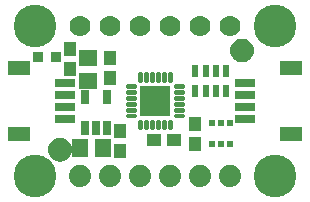
<source format=gbr>
G04 EAGLE Gerber RS-274X export*
G75*
%MOMM*%
%FSLAX34Y34*%
%LPD*%
%INSoldermask Top*%
%IPPOS*%
%AMOC8*
5,1,8,0,0,1.08239X$1,22.5*%
G01*
%ADD10R,1.101600X1.176600*%
%ADD11C,1.778000*%
%ADD12C,0.240406*%
%ADD13R,2.601600X2.601600*%
%ADD14R,1.341600X1.601600*%
%ADD15R,0.651600X1.301600*%
%ADD16R,1.601600X1.341600*%
%ADD17R,1.176600X1.101600*%
%ADD18R,0.551600X1.001600*%
%ADD19R,0.601600X0.601600*%
%ADD20R,0.501600X0.601600*%
%ADD21C,1.879600*%
%ADD22C,3.617600*%
%ADD23R,1.651600X0.701600*%
%ADD24R,1.901600X1.301600*%
%ADD25C,1.101600*%
%ADD26C,0.500000*%
%ADD27R,0.901600X0.901600*%


D10*
X160528Y69460D03*
X160528Y52460D03*
X97282Y63237D03*
X97282Y46237D03*
D11*
X63500Y152400D03*
X88900Y152400D03*
X114300Y152400D03*
X139700Y152400D03*
X165100Y152400D03*
X190500Y152400D03*
D10*
X89281Y107832D03*
X89281Y124832D03*
D12*
X140206Y112206D02*
X140206Y105594D01*
X138794Y105594D01*
X138794Y112206D01*
X140206Y112206D01*
X140206Y107878D02*
X138794Y107878D01*
X138794Y110162D02*
X140206Y110162D01*
X135206Y112206D02*
X135206Y105594D01*
X133794Y105594D01*
X133794Y112206D01*
X135206Y112206D01*
X135206Y107878D02*
X133794Y107878D01*
X133794Y110162D02*
X135206Y110162D01*
X130206Y112206D02*
X130206Y105594D01*
X128794Y105594D01*
X128794Y112206D01*
X130206Y112206D01*
X130206Y107878D02*
X128794Y107878D01*
X128794Y110162D02*
X130206Y110162D01*
X125206Y112206D02*
X125206Y105594D01*
X123794Y105594D01*
X123794Y112206D01*
X125206Y112206D01*
X125206Y107878D02*
X123794Y107878D01*
X123794Y110162D02*
X125206Y110162D01*
X120206Y112206D02*
X120206Y105594D01*
X118794Y105594D01*
X118794Y112206D01*
X120206Y112206D01*
X120206Y107878D02*
X118794Y107878D01*
X118794Y110162D02*
X120206Y110162D01*
X115206Y112206D02*
X115206Y105594D01*
X113794Y105594D01*
X113794Y112206D01*
X115206Y112206D01*
X115206Y107878D02*
X113794Y107878D01*
X113794Y110162D02*
X115206Y110162D01*
X110306Y100694D02*
X103694Y100694D01*
X103694Y102106D01*
X110306Y102106D01*
X110306Y100694D01*
X110306Y95694D02*
X103694Y95694D01*
X103694Y97106D01*
X110306Y97106D01*
X110306Y95694D01*
X110306Y90694D02*
X103694Y90694D01*
X103694Y92106D01*
X110306Y92106D01*
X110306Y90694D01*
X110306Y85694D02*
X103694Y85694D01*
X103694Y87106D01*
X110306Y87106D01*
X110306Y85694D01*
X110306Y80694D02*
X103694Y80694D01*
X103694Y82106D01*
X110306Y82106D01*
X110306Y80694D01*
X110306Y75694D02*
X103694Y75694D01*
X103694Y77106D01*
X110306Y77106D01*
X110306Y75694D01*
X113794Y72206D02*
X113794Y65594D01*
X113794Y72206D02*
X115206Y72206D01*
X115206Y65594D01*
X113794Y65594D01*
X113794Y67878D02*
X115206Y67878D01*
X115206Y70162D02*
X113794Y70162D01*
X118794Y72206D02*
X118794Y65594D01*
X118794Y72206D02*
X120206Y72206D01*
X120206Y65594D01*
X118794Y65594D01*
X118794Y67878D02*
X120206Y67878D01*
X120206Y70162D02*
X118794Y70162D01*
X123794Y72206D02*
X123794Y65594D01*
X123794Y72206D02*
X125206Y72206D01*
X125206Y65594D01*
X123794Y65594D01*
X123794Y67878D02*
X125206Y67878D01*
X125206Y70162D02*
X123794Y70162D01*
X128794Y72206D02*
X128794Y65594D01*
X128794Y72206D02*
X130206Y72206D01*
X130206Y65594D01*
X128794Y65594D01*
X128794Y67878D02*
X130206Y67878D01*
X130206Y70162D02*
X128794Y70162D01*
X133794Y72206D02*
X133794Y65594D01*
X133794Y72206D02*
X135206Y72206D01*
X135206Y65594D01*
X133794Y65594D01*
X133794Y67878D02*
X135206Y67878D01*
X135206Y70162D02*
X133794Y70162D01*
X138794Y72206D02*
X138794Y65594D01*
X138794Y72206D02*
X140206Y72206D01*
X140206Y65594D01*
X138794Y65594D01*
X138794Y67878D02*
X140206Y67878D01*
X140206Y70162D02*
X138794Y70162D01*
X143694Y77106D02*
X150306Y77106D01*
X150306Y75694D01*
X143694Y75694D01*
X143694Y77106D01*
X143694Y82106D02*
X150306Y82106D01*
X150306Y80694D01*
X143694Y80694D01*
X143694Y82106D01*
X143694Y87106D02*
X150306Y87106D01*
X150306Y85694D01*
X143694Y85694D01*
X143694Y87106D01*
X143694Y92106D02*
X150306Y92106D01*
X150306Y90694D01*
X143694Y90694D01*
X143694Y92106D01*
X143694Y97106D02*
X150306Y97106D01*
X150306Y95694D01*
X143694Y95694D01*
X143694Y97106D01*
X143694Y102106D02*
X150306Y102106D01*
X150306Y100694D01*
X143694Y100694D01*
X143694Y102106D01*
D13*
X127000Y88900D03*
D14*
X63906Y49276D03*
X82906Y49276D03*
D15*
X67462Y65739D03*
X76962Y65739D03*
X86462Y65739D03*
X86462Y91741D03*
X67462Y91741D03*
D16*
X70485Y105943D03*
X70485Y124943D03*
D17*
X125993Y55880D03*
X142993Y55880D03*
D18*
X187244Y96910D03*
X187244Y113910D03*
X178244Y96910D03*
X170244Y96910D03*
X161244Y96910D03*
X161244Y113910D03*
X178244Y113910D03*
X170244Y113910D03*
D19*
X190634Y70468D03*
D20*
X183134Y70468D03*
D19*
X175634Y70468D03*
X175634Y52468D03*
D20*
X183134Y52468D03*
D19*
X190634Y52468D03*
D21*
X63500Y25400D03*
X88900Y25400D03*
X114300Y25400D03*
X139700Y25400D03*
X165100Y25400D03*
X190500Y25400D03*
D22*
X25400Y152400D03*
X228600Y152400D03*
D23*
X203460Y83900D03*
X203460Y93900D03*
X203460Y73900D03*
X203460Y103900D03*
D24*
X242460Y60900D03*
X242460Y116900D03*
D23*
X50540Y93900D03*
X50540Y83900D03*
X50540Y103900D03*
X50540Y73900D03*
D24*
X11540Y116900D03*
X11540Y60900D03*
D25*
X200660Y131445D03*
D26*
X200660Y138945D02*
X200479Y138943D01*
X200298Y138936D01*
X200117Y138925D01*
X199936Y138910D01*
X199756Y138890D01*
X199576Y138866D01*
X199397Y138838D01*
X199219Y138805D01*
X199042Y138768D01*
X198865Y138727D01*
X198690Y138682D01*
X198515Y138632D01*
X198342Y138578D01*
X198171Y138520D01*
X198000Y138458D01*
X197832Y138391D01*
X197665Y138321D01*
X197499Y138247D01*
X197336Y138168D01*
X197175Y138086D01*
X197015Y138000D01*
X196858Y137910D01*
X196703Y137816D01*
X196550Y137719D01*
X196400Y137617D01*
X196252Y137513D01*
X196106Y137404D01*
X195964Y137293D01*
X195824Y137177D01*
X195687Y137059D01*
X195552Y136937D01*
X195421Y136812D01*
X195293Y136684D01*
X195168Y136553D01*
X195046Y136418D01*
X194928Y136281D01*
X194812Y136141D01*
X194701Y135999D01*
X194592Y135853D01*
X194488Y135705D01*
X194386Y135555D01*
X194289Y135402D01*
X194195Y135247D01*
X194105Y135090D01*
X194019Y134930D01*
X193937Y134769D01*
X193858Y134606D01*
X193784Y134440D01*
X193714Y134273D01*
X193647Y134105D01*
X193585Y133934D01*
X193527Y133763D01*
X193473Y133590D01*
X193423Y133415D01*
X193378Y133240D01*
X193337Y133063D01*
X193300Y132886D01*
X193267Y132708D01*
X193239Y132529D01*
X193215Y132349D01*
X193195Y132169D01*
X193180Y131988D01*
X193169Y131807D01*
X193162Y131626D01*
X193160Y131445D01*
X200660Y138945D02*
X200841Y138943D01*
X201022Y138936D01*
X201203Y138925D01*
X201384Y138910D01*
X201564Y138890D01*
X201744Y138866D01*
X201923Y138838D01*
X202101Y138805D01*
X202278Y138768D01*
X202455Y138727D01*
X202630Y138682D01*
X202805Y138632D01*
X202978Y138578D01*
X203149Y138520D01*
X203320Y138458D01*
X203488Y138391D01*
X203655Y138321D01*
X203821Y138247D01*
X203984Y138168D01*
X204145Y138086D01*
X204305Y138000D01*
X204462Y137910D01*
X204617Y137816D01*
X204770Y137719D01*
X204920Y137617D01*
X205068Y137513D01*
X205214Y137404D01*
X205356Y137293D01*
X205496Y137177D01*
X205633Y137059D01*
X205768Y136937D01*
X205899Y136812D01*
X206027Y136684D01*
X206152Y136553D01*
X206274Y136418D01*
X206392Y136281D01*
X206508Y136141D01*
X206619Y135999D01*
X206728Y135853D01*
X206832Y135705D01*
X206934Y135555D01*
X207031Y135402D01*
X207125Y135247D01*
X207215Y135090D01*
X207301Y134930D01*
X207383Y134769D01*
X207462Y134606D01*
X207536Y134440D01*
X207606Y134273D01*
X207673Y134105D01*
X207735Y133934D01*
X207793Y133763D01*
X207847Y133590D01*
X207897Y133415D01*
X207942Y133240D01*
X207983Y133063D01*
X208020Y132886D01*
X208053Y132708D01*
X208081Y132529D01*
X208105Y132349D01*
X208125Y132169D01*
X208140Y131988D01*
X208151Y131807D01*
X208158Y131626D01*
X208160Y131445D01*
X208158Y131264D01*
X208151Y131083D01*
X208140Y130902D01*
X208125Y130721D01*
X208105Y130541D01*
X208081Y130361D01*
X208053Y130182D01*
X208020Y130004D01*
X207983Y129827D01*
X207942Y129650D01*
X207897Y129475D01*
X207847Y129300D01*
X207793Y129127D01*
X207735Y128956D01*
X207673Y128785D01*
X207606Y128617D01*
X207536Y128450D01*
X207462Y128284D01*
X207383Y128121D01*
X207301Y127960D01*
X207215Y127800D01*
X207125Y127643D01*
X207031Y127488D01*
X206934Y127335D01*
X206832Y127185D01*
X206728Y127037D01*
X206619Y126891D01*
X206508Y126749D01*
X206392Y126609D01*
X206274Y126472D01*
X206152Y126337D01*
X206027Y126206D01*
X205899Y126078D01*
X205768Y125953D01*
X205633Y125831D01*
X205496Y125713D01*
X205356Y125597D01*
X205214Y125486D01*
X205068Y125377D01*
X204920Y125273D01*
X204770Y125171D01*
X204617Y125074D01*
X204462Y124980D01*
X204305Y124890D01*
X204145Y124804D01*
X203984Y124722D01*
X203821Y124643D01*
X203655Y124569D01*
X203488Y124499D01*
X203320Y124432D01*
X203149Y124370D01*
X202978Y124312D01*
X202805Y124258D01*
X202630Y124208D01*
X202455Y124163D01*
X202278Y124122D01*
X202101Y124085D01*
X201923Y124052D01*
X201744Y124024D01*
X201564Y124000D01*
X201384Y123980D01*
X201203Y123965D01*
X201022Y123954D01*
X200841Y123947D01*
X200660Y123945D01*
X200479Y123947D01*
X200298Y123954D01*
X200117Y123965D01*
X199936Y123980D01*
X199756Y124000D01*
X199576Y124024D01*
X199397Y124052D01*
X199219Y124085D01*
X199042Y124122D01*
X198865Y124163D01*
X198690Y124208D01*
X198515Y124258D01*
X198342Y124312D01*
X198171Y124370D01*
X198000Y124432D01*
X197832Y124499D01*
X197665Y124569D01*
X197499Y124643D01*
X197336Y124722D01*
X197175Y124804D01*
X197015Y124890D01*
X196858Y124980D01*
X196703Y125074D01*
X196550Y125171D01*
X196400Y125273D01*
X196252Y125377D01*
X196106Y125486D01*
X195964Y125597D01*
X195824Y125713D01*
X195687Y125831D01*
X195552Y125953D01*
X195421Y126078D01*
X195293Y126206D01*
X195168Y126337D01*
X195046Y126472D01*
X194928Y126609D01*
X194812Y126749D01*
X194701Y126891D01*
X194592Y127037D01*
X194488Y127185D01*
X194386Y127335D01*
X194289Y127488D01*
X194195Y127643D01*
X194105Y127800D01*
X194019Y127960D01*
X193937Y128121D01*
X193858Y128284D01*
X193784Y128450D01*
X193714Y128617D01*
X193647Y128785D01*
X193585Y128956D01*
X193527Y129127D01*
X193473Y129300D01*
X193423Y129475D01*
X193378Y129650D01*
X193337Y129827D01*
X193300Y130004D01*
X193267Y130182D01*
X193239Y130361D01*
X193215Y130541D01*
X193195Y130721D01*
X193180Y130902D01*
X193169Y131083D01*
X193162Y131264D01*
X193160Y131445D01*
D25*
X46609Y47498D03*
D26*
X46609Y54998D02*
X46428Y54996D01*
X46247Y54989D01*
X46066Y54978D01*
X45885Y54963D01*
X45705Y54943D01*
X45525Y54919D01*
X45346Y54891D01*
X45168Y54858D01*
X44991Y54821D01*
X44814Y54780D01*
X44639Y54735D01*
X44464Y54685D01*
X44291Y54631D01*
X44120Y54573D01*
X43949Y54511D01*
X43781Y54444D01*
X43614Y54374D01*
X43448Y54300D01*
X43285Y54221D01*
X43124Y54139D01*
X42964Y54053D01*
X42807Y53963D01*
X42652Y53869D01*
X42499Y53772D01*
X42349Y53670D01*
X42201Y53566D01*
X42055Y53457D01*
X41913Y53346D01*
X41773Y53230D01*
X41636Y53112D01*
X41501Y52990D01*
X41370Y52865D01*
X41242Y52737D01*
X41117Y52606D01*
X40995Y52471D01*
X40877Y52334D01*
X40761Y52194D01*
X40650Y52052D01*
X40541Y51906D01*
X40437Y51758D01*
X40335Y51608D01*
X40238Y51455D01*
X40144Y51300D01*
X40054Y51143D01*
X39968Y50983D01*
X39886Y50822D01*
X39807Y50659D01*
X39733Y50493D01*
X39663Y50326D01*
X39596Y50158D01*
X39534Y49987D01*
X39476Y49816D01*
X39422Y49643D01*
X39372Y49468D01*
X39327Y49293D01*
X39286Y49116D01*
X39249Y48939D01*
X39216Y48761D01*
X39188Y48582D01*
X39164Y48402D01*
X39144Y48222D01*
X39129Y48041D01*
X39118Y47860D01*
X39111Y47679D01*
X39109Y47498D01*
X46609Y54998D02*
X46790Y54996D01*
X46971Y54989D01*
X47152Y54978D01*
X47333Y54963D01*
X47513Y54943D01*
X47693Y54919D01*
X47872Y54891D01*
X48050Y54858D01*
X48227Y54821D01*
X48404Y54780D01*
X48579Y54735D01*
X48754Y54685D01*
X48927Y54631D01*
X49098Y54573D01*
X49269Y54511D01*
X49437Y54444D01*
X49604Y54374D01*
X49770Y54300D01*
X49933Y54221D01*
X50094Y54139D01*
X50254Y54053D01*
X50411Y53963D01*
X50566Y53869D01*
X50719Y53772D01*
X50869Y53670D01*
X51017Y53566D01*
X51163Y53457D01*
X51305Y53346D01*
X51445Y53230D01*
X51582Y53112D01*
X51717Y52990D01*
X51848Y52865D01*
X51976Y52737D01*
X52101Y52606D01*
X52223Y52471D01*
X52341Y52334D01*
X52457Y52194D01*
X52568Y52052D01*
X52677Y51906D01*
X52781Y51758D01*
X52883Y51608D01*
X52980Y51455D01*
X53074Y51300D01*
X53164Y51143D01*
X53250Y50983D01*
X53332Y50822D01*
X53411Y50659D01*
X53485Y50493D01*
X53555Y50326D01*
X53622Y50158D01*
X53684Y49987D01*
X53742Y49816D01*
X53796Y49643D01*
X53846Y49468D01*
X53891Y49293D01*
X53932Y49116D01*
X53969Y48939D01*
X54002Y48761D01*
X54030Y48582D01*
X54054Y48402D01*
X54074Y48222D01*
X54089Y48041D01*
X54100Y47860D01*
X54107Y47679D01*
X54109Y47498D01*
X54107Y47317D01*
X54100Y47136D01*
X54089Y46955D01*
X54074Y46774D01*
X54054Y46594D01*
X54030Y46414D01*
X54002Y46235D01*
X53969Y46057D01*
X53932Y45880D01*
X53891Y45703D01*
X53846Y45528D01*
X53796Y45353D01*
X53742Y45180D01*
X53684Y45009D01*
X53622Y44838D01*
X53555Y44670D01*
X53485Y44503D01*
X53411Y44337D01*
X53332Y44174D01*
X53250Y44013D01*
X53164Y43853D01*
X53074Y43696D01*
X52980Y43541D01*
X52883Y43388D01*
X52781Y43238D01*
X52677Y43090D01*
X52568Y42944D01*
X52457Y42802D01*
X52341Y42662D01*
X52223Y42525D01*
X52101Y42390D01*
X51976Y42259D01*
X51848Y42131D01*
X51717Y42006D01*
X51582Y41884D01*
X51445Y41766D01*
X51305Y41650D01*
X51163Y41539D01*
X51017Y41430D01*
X50869Y41326D01*
X50719Y41224D01*
X50566Y41127D01*
X50411Y41033D01*
X50254Y40943D01*
X50094Y40857D01*
X49933Y40775D01*
X49770Y40696D01*
X49604Y40622D01*
X49437Y40552D01*
X49269Y40485D01*
X49098Y40423D01*
X48927Y40365D01*
X48754Y40311D01*
X48579Y40261D01*
X48404Y40216D01*
X48227Y40175D01*
X48050Y40138D01*
X47872Y40105D01*
X47693Y40077D01*
X47513Y40053D01*
X47333Y40033D01*
X47152Y40018D01*
X46971Y40007D01*
X46790Y40000D01*
X46609Y39998D01*
X46428Y40000D01*
X46247Y40007D01*
X46066Y40018D01*
X45885Y40033D01*
X45705Y40053D01*
X45525Y40077D01*
X45346Y40105D01*
X45168Y40138D01*
X44991Y40175D01*
X44814Y40216D01*
X44639Y40261D01*
X44464Y40311D01*
X44291Y40365D01*
X44120Y40423D01*
X43949Y40485D01*
X43781Y40552D01*
X43614Y40622D01*
X43448Y40696D01*
X43285Y40775D01*
X43124Y40857D01*
X42964Y40943D01*
X42807Y41033D01*
X42652Y41127D01*
X42499Y41224D01*
X42349Y41326D01*
X42201Y41430D01*
X42055Y41539D01*
X41913Y41650D01*
X41773Y41766D01*
X41636Y41884D01*
X41501Y42006D01*
X41370Y42131D01*
X41242Y42259D01*
X41117Y42390D01*
X40995Y42525D01*
X40877Y42662D01*
X40761Y42802D01*
X40650Y42944D01*
X40541Y43090D01*
X40437Y43238D01*
X40335Y43388D01*
X40238Y43541D01*
X40144Y43696D01*
X40054Y43853D01*
X39968Y44013D01*
X39886Y44174D01*
X39807Y44337D01*
X39733Y44503D01*
X39663Y44670D01*
X39596Y44838D01*
X39534Y45009D01*
X39476Y45180D01*
X39422Y45353D01*
X39372Y45528D01*
X39327Y45703D01*
X39286Y45880D01*
X39249Y46057D01*
X39216Y46235D01*
X39188Y46414D01*
X39164Y46594D01*
X39144Y46774D01*
X39129Y46955D01*
X39118Y47136D01*
X39111Y47317D01*
X39109Y47498D01*
D22*
X25400Y25400D03*
X228600Y25400D03*
D27*
X28060Y125730D03*
X43060Y125730D03*
D10*
X54737Y115579D03*
X54737Y132579D03*
M02*

</source>
